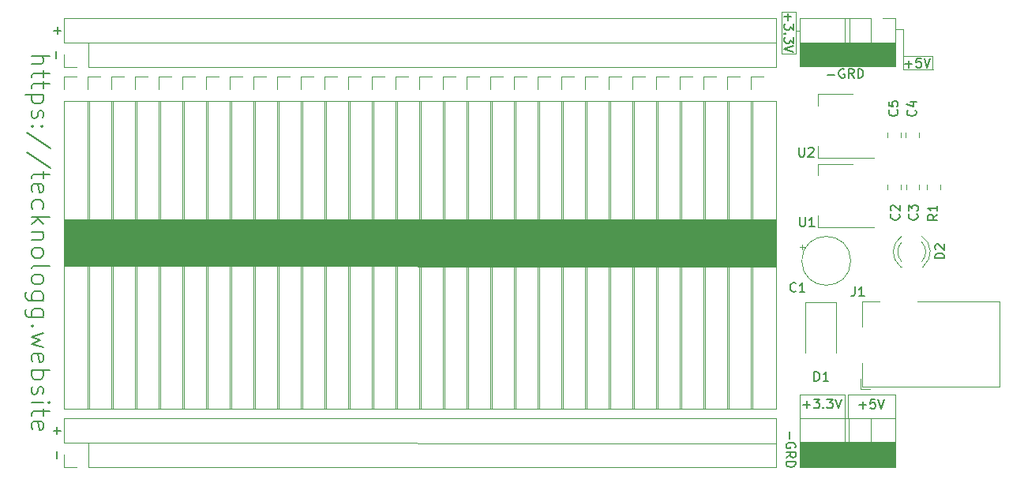
<source format=gbr>
G04 #@! TF.GenerationSoftware,KiCad,Pcbnew,(5.1.6)-1*
G04 #@! TF.CreationDate,2020-06-02T23:24:11+04:00*
G04 #@! TF.ProjectId,Berfboard 2.0-psupply,42657266-626f-4617-9264-20322e302d70,rev?*
G04 #@! TF.SameCoordinates,Original*
G04 #@! TF.FileFunction,Legend,Top*
G04 #@! TF.FilePolarity,Positive*
%FSLAX46Y46*%
G04 Gerber Fmt 4.6, Leading zero omitted, Abs format (unit mm)*
G04 Created by KiCad (PCBNEW (5.1.6)-1) date 2020-06-02 23:24:11*
%MOMM*%
%LPD*%
G01*
G04 APERTURE LIST*
%ADD10C,0.120000*%
%ADD11C,0.150000*%
%ADD12C,0.100000*%
G04 APERTURE END LIST*
D10*
X183705500Y-41148000D02*
X183705500Y-43675300D01*
X99504500Y-86664800D02*
X175818800Y-86728300D01*
X175831500Y-43738800D02*
X99555300Y-43751500D01*
X178000660Y-44952920D02*
X178003200Y-42481500D01*
X176466500Y-44937680D02*
X177965100Y-44950380D01*
X176479200Y-43865800D02*
X176469040Y-44937680D01*
X176479200Y-40424100D02*
X176479200Y-43865800D01*
X178003200Y-40424100D02*
X176479200Y-40424100D01*
X178003200Y-42494200D02*
X178003200Y-40424100D01*
X178358800Y-42494200D02*
X178003200Y-42494200D01*
D11*
X177118971Y-40600880D02*
X177118971Y-41362784D01*
X176738019Y-40981832D02*
X177499923Y-40981832D01*
X177738019Y-41743737D02*
X177738019Y-42362784D01*
X177357066Y-42029451D01*
X177357066Y-42172308D01*
X177309447Y-42267546D01*
X177261828Y-42315165D01*
X177166590Y-42362784D01*
X176928495Y-42362784D01*
X176833257Y-42315165D01*
X176785638Y-42267546D01*
X176738019Y-42172308D01*
X176738019Y-41886594D01*
X176785638Y-41791356D01*
X176833257Y-41743737D01*
X176833257Y-42791356D02*
X176785638Y-42838975D01*
X176738019Y-42791356D01*
X176785638Y-42743737D01*
X176833257Y-42791356D01*
X176738019Y-42791356D01*
X177738019Y-43172308D02*
X177738019Y-43791356D01*
X177357066Y-43458022D01*
X177357066Y-43600880D01*
X177309447Y-43696118D01*
X177261828Y-43743737D01*
X177166590Y-43791356D01*
X176928495Y-43791356D01*
X176833257Y-43743737D01*
X176785638Y-43696118D01*
X176738019Y-43600880D01*
X176738019Y-43315165D01*
X176785638Y-43219927D01*
X176833257Y-43172308D01*
X177738019Y-44077070D02*
X176738019Y-44410403D01*
X177738019Y-44743737D01*
D10*
X189496700Y-46659800D02*
X189496700Y-45135800D01*
X192661540Y-46647100D02*
X189496700Y-46659800D01*
X192659000Y-45224700D02*
X192659000Y-46647100D01*
X189496700Y-45224700D02*
X192659000Y-45217080D01*
X189496700Y-42291000D02*
X189496700Y-45224700D01*
X188645800Y-42291000D02*
X189496700Y-42291000D01*
X188645800Y-42430700D02*
X188645800Y-43738800D01*
X183197500Y-41148000D02*
X183197500Y-43675300D01*
D11*
X189684185Y-46037808D02*
X190446090Y-46037808D01*
X190065138Y-46418760D02*
X190065138Y-45656856D01*
X191398471Y-45418760D02*
X190922280Y-45418760D01*
X190874661Y-45894951D01*
X190922280Y-45847332D01*
X191017519Y-45799713D01*
X191255614Y-45799713D01*
X191350852Y-45847332D01*
X191398471Y-45894951D01*
X191446090Y-45990189D01*
X191446090Y-46228284D01*
X191398471Y-46323522D01*
X191350852Y-46371141D01*
X191255614Y-46418760D01*
X191017519Y-46418760D01*
X190922280Y-46371141D01*
X190874661Y-46323522D01*
X191731804Y-45418760D02*
X192065138Y-46418760D01*
X192398471Y-45418760D01*
X181392747Y-47175728D02*
X182154652Y-47175728D01*
X183154652Y-46604300D02*
X183059414Y-46556680D01*
X182916557Y-46556680D01*
X182773700Y-46604300D01*
X182678461Y-46699538D01*
X182630842Y-46794776D01*
X182583223Y-46985252D01*
X182583223Y-47128109D01*
X182630842Y-47318585D01*
X182678461Y-47413823D01*
X182773700Y-47509061D01*
X182916557Y-47556680D01*
X183011795Y-47556680D01*
X183154652Y-47509061D01*
X183202271Y-47461442D01*
X183202271Y-47128109D01*
X183011795Y-47128109D01*
X184202271Y-47556680D02*
X183868938Y-47080490D01*
X183630842Y-47556680D02*
X183630842Y-46556680D01*
X184011795Y-46556680D01*
X184107033Y-46604300D01*
X184154652Y-46651919D01*
X184202271Y-46747157D01*
X184202271Y-46890014D01*
X184154652Y-46985252D01*
X184107033Y-47032871D01*
X184011795Y-47080490D01*
X183630842Y-47080490D01*
X184630842Y-47556680D02*
X184630842Y-46556680D01*
X184868938Y-46556680D01*
X185011795Y-46604300D01*
X185107033Y-46699538D01*
X185154652Y-46794776D01*
X185202271Y-46985252D01*
X185202271Y-47128109D01*
X185154652Y-47318585D01*
X185107033Y-47413823D01*
X185011795Y-47509061D01*
X184868938Y-47556680D01*
X184630842Y-47556680D01*
D12*
G36*
X188633100Y-43726100D02*
G01*
X188620400Y-46291500D01*
X178384200Y-46278800D01*
X178371500Y-43713400D01*
X188633100Y-43726100D01*
G37*
X188633100Y-43726100D02*
X188620400Y-46291500D01*
X178384200Y-46278800D01*
X178371500Y-43713400D01*
X188633100Y-43726100D01*
D11*
X95983538Y-45201800D02*
X97983538Y-45201800D01*
X95983538Y-46058942D02*
X97031157Y-46058942D01*
X97221633Y-45963704D01*
X97316871Y-45773228D01*
X97316871Y-45487514D01*
X97221633Y-45297038D01*
X97126395Y-45201800D01*
X97316871Y-46725609D02*
X97316871Y-47487514D01*
X97983538Y-47011323D02*
X96269252Y-47011323D01*
X96078776Y-47106561D01*
X95983538Y-47297038D01*
X95983538Y-47487514D01*
X97316871Y-47868466D02*
X97316871Y-48630371D01*
X97983538Y-48154180D02*
X96269252Y-48154180D01*
X96078776Y-48249419D01*
X95983538Y-48439895D01*
X95983538Y-48630371D01*
X97316871Y-49297038D02*
X95316871Y-49297038D01*
X97221633Y-49297038D02*
X97316871Y-49487514D01*
X97316871Y-49868466D01*
X97221633Y-50058942D01*
X97126395Y-50154180D01*
X96935919Y-50249419D01*
X96364490Y-50249419D01*
X96174014Y-50154180D01*
X96078776Y-50058942D01*
X95983538Y-49868466D01*
X95983538Y-49487514D01*
X96078776Y-49297038D01*
X96078776Y-51011323D02*
X95983538Y-51201800D01*
X95983538Y-51582752D01*
X96078776Y-51773228D01*
X96269252Y-51868466D01*
X96364490Y-51868466D01*
X96554966Y-51773228D01*
X96650204Y-51582752D01*
X96650204Y-51297038D01*
X96745442Y-51106561D01*
X96935919Y-51011323D01*
X97031157Y-51011323D01*
X97221633Y-51106561D01*
X97316871Y-51297038D01*
X97316871Y-51582752D01*
X97221633Y-51773228D01*
X96174014Y-52725609D02*
X96078776Y-52820847D01*
X95983538Y-52725609D01*
X96078776Y-52630371D01*
X96174014Y-52725609D01*
X95983538Y-52725609D01*
X97221633Y-52725609D02*
X97126395Y-52820847D01*
X97031157Y-52725609D01*
X97126395Y-52630371D01*
X97221633Y-52725609D01*
X97031157Y-52725609D01*
X98078776Y-55106561D02*
X95507347Y-53392276D01*
X98078776Y-57201800D02*
X95507347Y-55487514D01*
X97316871Y-57582752D02*
X97316871Y-58344657D01*
X97983538Y-57868466D02*
X96269252Y-57868466D01*
X96078776Y-57963704D01*
X95983538Y-58154180D01*
X95983538Y-58344657D01*
X96078776Y-59773228D02*
X95983538Y-59582752D01*
X95983538Y-59201800D01*
X96078776Y-59011323D01*
X96269252Y-58916085D01*
X97031157Y-58916085D01*
X97221633Y-59011323D01*
X97316871Y-59201800D01*
X97316871Y-59582752D01*
X97221633Y-59773228D01*
X97031157Y-59868466D01*
X96840680Y-59868466D01*
X96650204Y-58916085D01*
X96078776Y-61582752D02*
X95983538Y-61392276D01*
X95983538Y-61011323D01*
X96078776Y-60820847D01*
X96174014Y-60725609D01*
X96364490Y-60630371D01*
X96935919Y-60630371D01*
X97126395Y-60725609D01*
X97221633Y-60820847D01*
X97316871Y-61011323D01*
X97316871Y-61392276D01*
X97221633Y-61582752D01*
X95983538Y-62439895D02*
X97983538Y-62439895D01*
X96745442Y-62630371D02*
X95983538Y-63201800D01*
X97316871Y-63201800D02*
X96554966Y-62439895D01*
X97316871Y-64058942D02*
X95983538Y-64058942D01*
X97126395Y-64058942D02*
X97221633Y-64154180D01*
X97316871Y-64344657D01*
X97316871Y-64630371D01*
X97221633Y-64820847D01*
X97031157Y-64916085D01*
X95983538Y-64916085D01*
X95983538Y-66154180D02*
X96078776Y-65963704D01*
X96174014Y-65868466D01*
X96364490Y-65773228D01*
X96935919Y-65773228D01*
X97126395Y-65868466D01*
X97221633Y-65963704D01*
X97316871Y-66154180D01*
X97316871Y-66439895D01*
X97221633Y-66630371D01*
X97126395Y-66725609D01*
X96935919Y-66820847D01*
X96364490Y-66820847D01*
X96174014Y-66725609D01*
X96078776Y-66630371D01*
X95983538Y-66439895D01*
X95983538Y-66154180D01*
X95983538Y-67963704D02*
X96078776Y-67773228D01*
X96269252Y-67677990D01*
X97983538Y-67677990D01*
X95983538Y-69011323D02*
X96078776Y-68820847D01*
X96174014Y-68725609D01*
X96364490Y-68630371D01*
X96935919Y-68630371D01*
X97126395Y-68725609D01*
X97221633Y-68820847D01*
X97316871Y-69011323D01*
X97316871Y-69297038D01*
X97221633Y-69487514D01*
X97126395Y-69582752D01*
X96935919Y-69677990D01*
X96364490Y-69677990D01*
X96174014Y-69582752D01*
X96078776Y-69487514D01*
X95983538Y-69297038D01*
X95983538Y-69011323D01*
X97316871Y-71392276D02*
X95697823Y-71392276D01*
X95507347Y-71297038D01*
X95412109Y-71201800D01*
X95316871Y-71011323D01*
X95316871Y-70725609D01*
X95412109Y-70535133D01*
X96078776Y-71392276D02*
X95983538Y-71201800D01*
X95983538Y-70820847D01*
X96078776Y-70630371D01*
X96174014Y-70535133D01*
X96364490Y-70439895D01*
X96935919Y-70439895D01*
X97126395Y-70535133D01*
X97221633Y-70630371D01*
X97316871Y-70820847D01*
X97316871Y-71201800D01*
X97221633Y-71392276D01*
X97316871Y-73201800D02*
X95697823Y-73201800D01*
X95507347Y-73106561D01*
X95412109Y-73011323D01*
X95316871Y-72820847D01*
X95316871Y-72535133D01*
X95412109Y-72344657D01*
X96078776Y-73201800D02*
X95983538Y-73011323D01*
X95983538Y-72630371D01*
X96078776Y-72439895D01*
X96174014Y-72344657D01*
X96364490Y-72249419D01*
X96935919Y-72249419D01*
X97126395Y-72344657D01*
X97221633Y-72439895D01*
X97316871Y-72630371D01*
X97316871Y-73011323D01*
X97221633Y-73201800D01*
X96174014Y-74154180D02*
X96078776Y-74249419D01*
X95983538Y-74154180D01*
X96078776Y-74058942D01*
X96174014Y-74154180D01*
X95983538Y-74154180D01*
X97316871Y-74916085D02*
X95983538Y-75297038D01*
X96935919Y-75677990D01*
X95983538Y-76058942D01*
X97316871Y-76439895D01*
X96078776Y-77963704D02*
X95983538Y-77773228D01*
X95983538Y-77392276D01*
X96078776Y-77201800D01*
X96269252Y-77106561D01*
X97031157Y-77106561D01*
X97221633Y-77201800D01*
X97316871Y-77392276D01*
X97316871Y-77773228D01*
X97221633Y-77963704D01*
X97031157Y-78058942D01*
X96840680Y-78058942D01*
X96650204Y-77106561D01*
X95983538Y-78916085D02*
X97983538Y-78916085D01*
X97221633Y-78916085D02*
X97316871Y-79106561D01*
X97316871Y-79487514D01*
X97221633Y-79677990D01*
X97126395Y-79773228D01*
X96935919Y-79868466D01*
X96364490Y-79868466D01*
X96174014Y-79773228D01*
X96078776Y-79677990D01*
X95983538Y-79487514D01*
X95983538Y-79106561D01*
X96078776Y-78916085D01*
X96078776Y-80630371D02*
X95983538Y-80820847D01*
X95983538Y-81201800D01*
X96078776Y-81392276D01*
X96269252Y-81487514D01*
X96364490Y-81487514D01*
X96554966Y-81392276D01*
X96650204Y-81201800D01*
X96650204Y-80916085D01*
X96745442Y-80725609D01*
X96935919Y-80630371D01*
X97031157Y-80630371D01*
X97221633Y-80725609D01*
X97316871Y-80916085D01*
X97316871Y-81201800D01*
X97221633Y-81392276D01*
X95983538Y-82344657D02*
X97316871Y-82344657D01*
X97983538Y-82344657D02*
X97888300Y-82249419D01*
X97793061Y-82344657D01*
X97888300Y-82439895D01*
X97983538Y-82344657D01*
X97793061Y-82344657D01*
X97316871Y-83011323D02*
X97316871Y-83773228D01*
X97983538Y-83297038D02*
X96269252Y-83297038D01*
X96078776Y-83392276D01*
X95983538Y-83582752D01*
X95983538Y-83773228D01*
X96078776Y-85201800D02*
X95983538Y-85011323D01*
X95983538Y-84630371D01*
X96078776Y-84439895D01*
X96269252Y-84344657D01*
X97031157Y-84344657D01*
X97221633Y-84439895D01*
X97316871Y-84630371D01*
X97316871Y-85011323D01*
X97221633Y-85201800D01*
X97031157Y-85297038D01*
X96840680Y-85297038D01*
X96650204Y-84344657D01*
X177317091Y-85456947D02*
X177317091Y-86218852D01*
X177888520Y-87218852D02*
X177936139Y-87123614D01*
X177936139Y-86980757D01*
X177888520Y-86837900D01*
X177793281Y-86742661D01*
X177698043Y-86695042D01*
X177507567Y-86647423D01*
X177364710Y-86647423D01*
X177174234Y-86695042D01*
X177078996Y-86742661D01*
X176983758Y-86837900D01*
X176936139Y-86980757D01*
X176936139Y-87075995D01*
X176983758Y-87218852D01*
X177031377Y-87266471D01*
X177364710Y-87266471D01*
X177364710Y-87075995D01*
X176936139Y-88266471D02*
X177412329Y-87933138D01*
X176936139Y-87695042D02*
X177936139Y-87695042D01*
X177936139Y-88075995D01*
X177888520Y-88171233D01*
X177840900Y-88218852D01*
X177745662Y-88266471D01*
X177602805Y-88266471D01*
X177507567Y-88218852D01*
X177459948Y-88171233D01*
X177412329Y-88075995D01*
X177412329Y-87695042D01*
X176936139Y-88695042D02*
X177936139Y-88695042D01*
X177936139Y-88933138D01*
X177888520Y-89075995D01*
X177793281Y-89171233D01*
X177698043Y-89218852D01*
X177507567Y-89266471D01*
X177364710Y-89266471D01*
X177174234Y-89218852D01*
X177078996Y-89171233D01*
X176983758Y-89075995D01*
X176936139Y-88933138D01*
X176936139Y-88695042D01*
D12*
G36*
X188633100Y-89230200D02*
G01*
X178409600Y-89217500D01*
X178396900Y-86614000D01*
X188633100Y-86614000D01*
X188633100Y-89230200D01*
G37*
X188633100Y-89230200D02*
X178409600Y-89217500D01*
X178396900Y-86614000D01*
X188633100Y-86614000D01*
X188633100Y-89230200D01*
D10*
X186042300Y-86664800D02*
X183603900Y-86664800D01*
X183603900Y-84048600D02*
X183603900Y-86639400D01*
X188642300Y-85394800D02*
X188633100Y-86652100D01*
X187312300Y-84064800D02*
X186042300Y-84074000D01*
X183261000Y-86614000D02*
X178396900Y-86614000D01*
X183248300Y-84048600D02*
X183261000Y-86614000D01*
X188645800Y-81546700D02*
X188633100Y-84086700D01*
X183591200Y-81546700D02*
X188645800Y-81546700D01*
X183591200Y-84061300D02*
X183591200Y-81546700D01*
X183248300Y-81546700D02*
X183248300Y-84048600D01*
X178384200Y-81546700D02*
X183248300Y-81546700D01*
X178358800Y-84035900D02*
X178384200Y-81546700D01*
D11*
X178736240Y-82593488D02*
X179498144Y-82593488D01*
X179117192Y-82974440D02*
X179117192Y-82212536D01*
X179879097Y-81974440D02*
X180498144Y-81974440D01*
X180164811Y-82355393D01*
X180307668Y-82355393D01*
X180402906Y-82403012D01*
X180450525Y-82450631D01*
X180498144Y-82545869D01*
X180498144Y-82783964D01*
X180450525Y-82879202D01*
X180402906Y-82926821D01*
X180307668Y-82974440D01*
X180021954Y-82974440D01*
X179926716Y-82926821D01*
X179879097Y-82879202D01*
X180926716Y-82879202D02*
X180974335Y-82926821D01*
X180926716Y-82974440D01*
X180879097Y-82926821D01*
X180926716Y-82879202D01*
X180926716Y-82974440D01*
X181307668Y-81974440D02*
X181926716Y-81974440D01*
X181593382Y-82355393D01*
X181736240Y-82355393D01*
X181831478Y-82403012D01*
X181879097Y-82450631D01*
X181926716Y-82545869D01*
X181926716Y-82783964D01*
X181879097Y-82879202D01*
X181831478Y-82926821D01*
X181736240Y-82974440D01*
X181450525Y-82974440D01*
X181355287Y-82926821D01*
X181307668Y-82879202D01*
X182212430Y-81974440D02*
X182545763Y-82974440D01*
X182879097Y-81974440D01*
X184759125Y-82626508D02*
X185521030Y-82626508D01*
X185140078Y-83007460D02*
X185140078Y-82245556D01*
X186473411Y-82007460D02*
X185997220Y-82007460D01*
X185949601Y-82483651D01*
X185997220Y-82436032D01*
X186092459Y-82388413D01*
X186330554Y-82388413D01*
X186425792Y-82436032D01*
X186473411Y-82483651D01*
X186521030Y-82578889D01*
X186521030Y-82816984D01*
X186473411Y-82912222D01*
X186425792Y-82959841D01*
X186330554Y-83007460D01*
X186092459Y-83007460D01*
X185997220Y-82959841D01*
X185949601Y-82912222D01*
X186806744Y-82007460D02*
X187140078Y-83007460D01*
X187473411Y-82007460D01*
D12*
G36*
X175818800Y-67767200D02*
G01*
X99568000Y-67716400D01*
X99568000Y-62687200D01*
X175818800Y-62687200D01*
X175818800Y-67767200D01*
G37*
X175818800Y-67767200D02*
X99568000Y-67716400D01*
X99568000Y-62687200D01*
X175818800Y-62687200D01*
X175818800Y-67767200D01*
D11*
X98734571Y-87630047D02*
X98734571Y-88391952D01*
X99123452Y-85399571D02*
X98361547Y-85399571D01*
X98742500Y-85018619D02*
X98742500Y-85780523D01*
X98636128Y-45478652D02*
X98636128Y-44716747D01*
X98386947Y-42464028D02*
X99148852Y-42464028D01*
X98767900Y-42844980D02*
X98767900Y-42083076D01*
D10*
X188642300Y-41126100D02*
X188642300Y-42456100D01*
X187312300Y-41126100D02*
X188642300Y-41126100D01*
X188642300Y-43726100D02*
X188642300Y-46326100D01*
X186042300Y-43726100D02*
X188642300Y-43726100D01*
X186042300Y-41126100D02*
X186042300Y-43726100D01*
X188642300Y-46326100D02*
X178362300Y-46326100D01*
X186042300Y-41126100D02*
X178362300Y-41126100D01*
X178362300Y-41126100D02*
X178362300Y-46326100D01*
X188642300Y-84064800D02*
X188642300Y-85394800D01*
X187312300Y-84064800D02*
X188642300Y-84064800D01*
X188642300Y-86664800D02*
X188642300Y-89264800D01*
X186042300Y-86664800D02*
X188642300Y-86664800D01*
X186042300Y-84064800D02*
X186042300Y-86664800D01*
X188642300Y-89264800D02*
X178362300Y-89264800D01*
X186042300Y-84064800D02*
X178362300Y-84064800D01*
X178362300Y-84064800D02*
X178362300Y-89264800D01*
X99508000Y-89277500D02*
X99508000Y-87947500D01*
X100838000Y-89277500D02*
X99508000Y-89277500D01*
X99508000Y-86677500D02*
X99508000Y-84077500D01*
X102108000Y-86677500D02*
X99508000Y-86677500D01*
X102108000Y-89277500D02*
X102108000Y-86677500D01*
X99508000Y-84077500D02*
X175828000Y-84077500D01*
X102108000Y-89277500D02*
X175828000Y-89277500D01*
X175828000Y-89277500D02*
X175828000Y-84077500D01*
X99508000Y-46351500D02*
X99508000Y-45021500D01*
X100838000Y-46351500D02*
X99508000Y-46351500D01*
X99508000Y-43751500D02*
X99508000Y-41151500D01*
X102108000Y-43751500D02*
X99508000Y-43751500D01*
X102108000Y-46351500D02*
X102108000Y-43751500D01*
X99508000Y-41151500D02*
X175828000Y-41151500D01*
X102108000Y-46351500D02*
X175828000Y-46351500D01*
X175828000Y-46351500D02*
X175828000Y-41151500D01*
X178679625Y-65432600D02*
X178679625Y-65932600D01*
X178429625Y-65682600D02*
X178929625Y-65682600D01*
X183854400Y-67157600D02*
G75*
G03*
X183854400Y-67157600I-2620000J0D01*
G01*
X182294800Y-71580800D02*
X182294800Y-76980800D01*
X178994800Y-71580800D02*
X178994800Y-76980800D01*
X182294800Y-71580800D02*
X178994800Y-71580800D01*
X193457900Y-59001922D02*
X193457900Y-59519078D01*
X192037900Y-59001922D02*
X192037900Y-59519078D01*
X191478400Y-67752400D02*
X191634400Y-67752400D01*
X189162400Y-67752400D02*
X189318400Y-67752400D01*
X191478237Y-65151270D02*
G75*
G02*
X191478400Y-67233361I-1079837J-1041130D01*
G01*
X189318563Y-65151270D02*
G75*
G03*
X189318400Y-67233361I1079837J-1041130D01*
G01*
X191477008Y-64520065D02*
G75*
G02*
X191633916Y-67752400I-1078608J-1672335D01*
G01*
X189319792Y-64520065D02*
G75*
G03*
X189162884Y-67752400I1078608J-1672335D01*
G01*
X191176980Y-53360822D02*
X191176980Y-53877978D01*
X189756980Y-53360822D02*
X189756980Y-53877978D01*
X187803720Y-59506378D02*
X187803720Y-58989222D01*
X189223720Y-59506378D02*
X189223720Y-58989222D01*
X189203400Y-53360822D02*
X189203400Y-53877978D01*
X187783400Y-53360822D02*
X187783400Y-53877978D01*
X189790000Y-59504078D02*
X189790000Y-58986922D01*
X191210000Y-59504078D02*
X191210000Y-58986922D01*
X180309600Y-49282300D02*
X180309600Y-50542300D01*
X180309600Y-56102300D02*
X180309600Y-54842300D01*
X184069600Y-49282300D02*
X180309600Y-49282300D01*
X186319600Y-56102300D02*
X180309600Y-56102300D01*
X180337540Y-56747360D02*
X180337540Y-58007360D01*
X180337540Y-63567360D02*
X180337540Y-62307360D01*
X184097540Y-56747360D02*
X180337540Y-56747360D01*
X186347540Y-63567360D02*
X180337540Y-63567360D01*
X184878800Y-79848400D02*
X184878800Y-80898400D01*
X185928800Y-80898400D02*
X184878800Y-80898400D01*
X190978800Y-71498400D02*
X199778800Y-71498400D01*
X199778800Y-71498400D02*
X199778800Y-80698400D01*
X185078800Y-74198400D02*
X185078800Y-71498400D01*
X185078800Y-71498400D02*
X186978800Y-71498400D01*
X199778800Y-80698400D02*
X185078800Y-80698400D01*
X185078800Y-80698400D02*
X185078800Y-78098400D01*
X173168000Y-47374500D02*
X174498000Y-47374500D01*
X173168000Y-48704500D02*
X173168000Y-47374500D01*
X173168000Y-49974500D02*
X175828000Y-49974500D01*
X175828000Y-49974500D02*
X175828000Y-83054500D01*
X173168000Y-49974500D02*
X173168000Y-83054500D01*
X173168000Y-83054500D02*
X175828000Y-83054500D01*
X170628000Y-47374500D02*
X171958000Y-47374500D01*
X170628000Y-48704500D02*
X170628000Y-47374500D01*
X170628000Y-49974500D02*
X173288000Y-49974500D01*
X173288000Y-49974500D02*
X173288000Y-83054500D01*
X170628000Y-49974500D02*
X170628000Y-83054500D01*
X170628000Y-83054500D02*
X173288000Y-83054500D01*
X168088000Y-47374500D02*
X169418000Y-47374500D01*
X168088000Y-48704500D02*
X168088000Y-47374500D01*
X168088000Y-49974500D02*
X170748000Y-49974500D01*
X170748000Y-49974500D02*
X170748000Y-83054500D01*
X168088000Y-49974500D02*
X168088000Y-83054500D01*
X168088000Y-83054500D02*
X170748000Y-83054500D01*
X165548000Y-47374500D02*
X166878000Y-47374500D01*
X165548000Y-48704500D02*
X165548000Y-47374500D01*
X165548000Y-49974500D02*
X168208000Y-49974500D01*
X168208000Y-49974500D02*
X168208000Y-83054500D01*
X165548000Y-49974500D02*
X165548000Y-83054500D01*
X165548000Y-83054500D02*
X168208000Y-83054500D01*
X163008000Y-47374500D02*
X164338000Y-47374500D01*
X163008000Y-48704500D02*
X163008000Y-47374500D01*
X163008000Y-49974500D02*
X165668000Y-49974500D01*
X165668000Y-49974500D02*
X165668000Y-83054500D01*
X163008000Y-49974500D02*
X163008000Y-83054500D01*
X163008000Y-83054500D02*
X165668000Y-83054500D01*
X160468000Y-47374500D02*
X161798000Y-47374500D01*
X160468000Y-48704500D02*
X160468000Y-47374500D01*
X160468000Y-49974500D02*
X163128000Y-49974500D01*
X163128000Y-49974500D02*
X163128000Y-83054500D01*
X160468000Y-49974500D02*
X160468000Y-83054500D01*
X160468000Y-83054500D02*
X163128000Y-83054500D01*
X157928000Y-47374500D02*
X159258000Y-47374500D01*
X157928000Y-48704500D02*
X157928000Y-47374500D01*
X157928000Y-49974500D02*
X160588000Y-49974500D01*
X160588000Y-49974500D02*
X160588000Y-83054500D01*
X157928000Y-49974500D02*
X157928000Y-83054500D01*
X157928000Y-83054500D02*
X160588000Y-83054500D01*
X155388000Y-47374500D02*
X156718000Y-47374500D01*
X155388000Y-48704500D02*
X155388000Y-47374500D01*
X155388000Y-49974500D02*
X158048000Y-49974500D01*
X158048000Y-49974500D02*
X158048000Y-83054500D01*
X155388000Y-49974500D02*
X155388000Y-83054500D01*
X155388000Y-83054500D02*
X158048000Y-83054500D01*
X152848000Y-47374500D02*
X154178000Y-47374500D01*
X152848000Y-48704500D02*
X152848000Y-47374500D01*
X152848000Y-49974500D02*
X155508000Y-49974500D01*
X155508000Y-49974500D02*
X155508000Y-83054500D01*
X152848000Y-49974500D02*
X152848000Y-83054500D01*
X152848000Y-83054500D02*
X155508000Y-83054500D01*
X150308000Y-47374500D02*
X151638000Y-47374500D01*
X150308000Y-48704500D02*
X150308000Y-47374500D01*
X150308000Y-49974500D02*
X152968000Y-49974500D01*
X152968000Y-49974500D02*
X152968000Y-83054500D01*
X150308000Y-49974500D02*
X150308000Y-83054500D01*
X150308000Y-83054500D02*
X152968000Y-83054500D01*
X147768000Y-47374500D02*
X149098000Y-47374500D01*
X147768000Y-48704500D02*
X147768000Y-47374500D01*
X147768000Y-49974500D02*
X150428000Y-49974500D01*
X150428000Y-49974500D02*
X150428000Y-83054500D01*
X147768000Y-49974500D02*
X147768000Y-83054500D01*
X147768000Y-83054500D02*
X150428000Y-83054500D01*
X145228000Y-47374500D02*
X146558000Y-47374500D01*
X145228000Y-48704500D02*
X145228000Y-47374500D01*
X145228000Y-49974500D02*
X147888000Y-49974500D01*
X147888000Y-49974500D02*
X147888000Y-83054500D01*
X145228000Y-49974500D02*
X145228000Y-83054500D01*
X145228000Y-83054500D02*
X147888000Y-83054500D01*
X142688000Y-47374500D02*
X144018000Y-47374500D01*
X142688000Y-48704500D02*
X142688000Y-47374500D01*
X142688000Y-49974500D02*
X145348000Y-49974500D01*
X145348000Y-49974500D02*
X145348000Y-83054500D01*
X142688000Y-49974500D02*
X142688000Y-83054500D01*
X142688000Y-83054500D02*
X145348000Y-83054500D01*
X140148000Y-47374500D02*
X141478000Y-47374500D01*
X140148000Y-48704500D02*
X140148000Y-47374500D01*
X140148000Y-49974500D02*
X142808000Y-49974500D01*
X142808000Y-49974500D02*
X142808000Y-83054500D01*
X140148000Y-49974500D02*
X140148000Y-83054500D01*
X140148000Y-83054500D02*
X142808000Y-83054500D01*
X137608000Y-47374500D02*
X138938000Y-47374500D01*
X137608000Y-48704500D02*
X137608000Y-47374500D01*
X137608000Y-49974500D02*
X140268000Y-49974500D01*
X140268000Y-49974500D02*
X140268000Y-83054500D01*
X137608000Y-49974500D02*
X137608000Y-83054500D01*
X137608000Y-83054500D02*
X140268000Y-83054500D01*
X135068000Y-47374500D02*
X136398000Y-47374500D01*
X135068000Y-48704500D02*
X135068000Y-47374500D01*
X135068000Y-49974500D02*
X137728000Y-49974500D01*
X137728000Y-49974500D02*
X137728000Y-83054500D01*
X135068000Y-49974500D02*
X135068000Y-83054500D01*
X135068000Y-83054500D02*
X137728000Y-83054500D01*
X132528000Y-47374500D02*
X133858000Y-47374500D01*
X132528000Y-48704500D02*
X132528000Y-47374500D01*
X132528000Y-49974500D02*
X135188000Y-49974500D01*
X135188000Y-49974500D02*
X135188000Y-83054500D01*
X132528000Y-49974500D02*
X132528000Y-83054500D01*
X132528000Y-83054500D02*
X135188000Y-83054500D01*
X129988000Y-47374500D02*
X131318000Y-47374500D01*
X129988000Y-48704500D02*
X129988000Y-47374500D01*
X129988000Y-49974500D02*
X132648000Y-49974500D01*
X132648000Y-49974500D02*
X132648000Y-83054500D01*
X129988000Y-49974500D02*
X129988000Y-83054500D01*
X129988000Y-83054500D02*
X132648000Y-83054500D01*
X127448000Y-47374500D02*
X128778000Y-47374500D01*
X127448000Y-48704500D02*
X127448000Y-47374500D01*
X127448000Y-49974500D02*
X130108000Y-49974500D01*
X130108000Y-49974500D02*
X130108000Y-83054500D01*
X127448000Y-49974500D02*
X127448000Y-83054500D01*
X127448000Y-83054500D02*
X130108000Y-83054500D01*
X124908000Y-47374500D02*
X126238000Y-47374500D01*
X124908000Y-48704500D02*
X124908000Y-47374500D01*
X124908000Y-49974500D02*
X127568000Y-49974500D01*
X127568000Y-49974500D02*
X127568000Y-83054500D01*
X124908000Y-49974500D02*
X124908000Y-83054500D01*
X124908000Y-83054500D02*
X127568000Y-83054500D01*
X122368000Y-47374500D02*
X123698000Y-47374500D01*
X122368000Y-48704500D02*
X122368000Y-47374500D01*
X122368000Y-49974500D02*
X125028000Y-49974500D01*
X125028000Y-49974500D02*
X125028000Y-83054500D01*
X122368000Y-49974500D02*
X122368000Y-83054500D01*
X122368000Y-83054500D02*
X125028000Y-83054500D01*
X119828000Y-47374500D02*
X121158000Y-47374500D01*
X119828000Y-48704500D02*
X119828000Y-47374500D01*
X119828000Y-49974500D02*
X122488000Y-49974500D01*
X122488000Y-49974500D02*
X122488000Y-83054500D01*
X119828000Y-49974500D02*
X119828000Y-83054500D01*
X119828000Y-83054500D02*
X122488000Y-83054500D01*
X117288000Y-47374500D02*
X118618000Y-47374500D01*
X117288000Y-48704500D02*
X117288000Y-47374500D01*
X117288000Y-49974500D02*
X119948000Y-49974500D01*
X119948000Y-49974500D02*
X119948000Y-83054500D01*
X117288000Y-49974500D02*
X117288000Y-83054500D01*
X117288000Y-83054500D02*
X119948000Y-83054500D01*
X114748000Y-47374500D02*
X116078000Y-47374500D01*
X114748000Y-48704500D02*
X114748000Y-47374500D01*
X114748000Y-49974500D02*
X117408000Y-49974500D01*
X117408000Y-49974500D02*
X117408000Y-83054500D01*
X114748000Y-49974500D02*
X114748000Y-83054500D01*
X114748000Y-83054500D02*
X117408000Y-83054500D01*
X112208000Y-47374500D02*
X113538000Y-47374500D01*
X112208000Y-48704500D02*
X112208000Y-47374500D01*
X112208000Y-49974500D02*
X114868000Y-49974500D01*
X114868000Y-49974500D02*
X114868000Y-83054500D01*
X112208000Y-49974500D02*
X112208000Y-83054500D01*
X112208000Y-83054500D02*
X114868000Y-83054500D01*
X109668000Y-47374500D02*
X110998000Y-47374500D01*
X109668000Y-48704500D02*
X109668000Y-47374500D01*
X109668000Y-49974500D02*
X112328000Y-49974500D01*
X112328000Y-49974500D02*
X112328000Y-83054500D01*
X109668000Y-49974500D02*
X109668000Y-83054500D01*
X109668000Y-83054500D02*
X112328000Y-83054500D01*
X107128000Y-47374500D02*
X108458000Y-47374500D01*
X107128000Y-48704500D02*
X107128000Y-47374500D01*
X107128000Y-49974500D02*
X109788000Y-49974500D01*
X109788000Y-49974500D02*
X109788000Y-83054500D01*
X107128000Y-49974500D02*
X107128000Y-83054500D01*
X107128000Y-83054500D02*
X109788000Y-83054500D01*
X104588000Y-47374500D02*
X105918000Y-47374500D01*
X104588000Y-48704500D02*
X104588000Y-47374500D01*
X104588000Y-49974500D02*
X107248000Y-49974500D01*
X107248000Y-49974500D02*
X107248000Y-83054500D01*
X104588000Y-49974500D02*
X104588000Y-83054500D01*
X104588000Y-83054500D02*
X107248000Y-83054500D01*
X102048000Y-83054500D02*
X104708000Y-83054500D01*
X102048000Y-49974500D02*
X102048000Y-83054500D01*
X104708000Y-49974500D02*
X104708000Y-83054500D01*
X102048000Y-49974500D02*
X104708000Y-49974500D01*
X102048000Y-48704500D02*
X102048000Y-47374500D01*
X102048000Y-47374500D02*
X103378000Y-47374500D01*
X99508000Y-83054500D02*
X102168000Y-83054500D01*
X99508000Y-49974500D02*
X99508000Y-83054500D01*
X102168000Y-49974500D02*
X102168000Y-83054500D01*
X99508000Y-49974500D02*
X102168000Y-49974500D01*
X99508000Y-48704500D02*
X99508000Y-47374500D01*
X99508000Y-47374500D02*
X100838000Y-47374500D01*
D11*
X177988933Y-70410342D02*
X177941314Y-70457961D01*
X177798457Y-70505580D01*
X177703219Y-70505580D01*
X177560361Y-70457961D01*
X177465123Y-70362723D01*
X177417504Y-70267485D01*
X177369885Y-70077009D01*
X177369885Y-69934152D01*
X177417504Y-69743676D01*
X177465123Y-69648438D01*
X177560361Y-69553200D01*
X177703219Y-69505580D01*
X177798457Y-69505580D01*
X177941314Y-69553200D01*
X177988933Y-69600819D01*
X178941314Y-70505580D02*
X178369885Y-70505580D01*
X178655600Y-70505580D02*
X178655600Y-69505580D01*
X178560361Y-69648438D01*
X178465123Y-69743676D01*
X178369885Y-69791295D01*
X179957504Y-80055980D02*
X179957504Y-79055980D01*
X180195600Y-79055980D01*
X180338457Y-79103600D01*
X180433695Y-79198838D01*
X180481314Y-79294076D01*
X180528933Y-79484552D01*
X180528933Y-79627409D01*
X180481314Y-79817885D01*
X180433695Y-79913123D01*
X180338457Y-80008361D01*
X180195600Y-80055980D01*
X179957504Y-80055980D01*
X181481314Y-80055980D02*
X180909885Y-80055980D01*
X181195600Y-80055980D02*
X181195600Y-79055980D01*
X181100361Y-79198838D01*
X181005123Y-79294076D01*
X180909885Y-79341695D01*
X193136780Y-62183066D02*
X192660590Y-62516400D01*
X193136780Y-62754495D02*
X192136780Y-62754495D01*
X192136780Y-62373542D01*
X192184400Y-62278304D01*
X192232019Y-62230685D01*
X192327257Y-62183066D01*
X192470114Y-62183066D01*
X192565352Y-62230685D01*
X192612971Y-62278304D01*
X192660590Y-62373542D01*
X192660590Y-62754495D01*
X193136780Y-61230685D02*
X193136780Y-61802114D01*
X193136780Y-61516400D02*
X192136780Y-61516400D01*
X192279638Y-61611638D01*
X192374876Y-61706876D01*
X192422495Y-61802114D01*
X193898780Y-66892395D02*
X192898780Y-66892395D01*
X192898780Y-66654300D01*
X192946400Y-66511442D01*
X193041638Y-66416204D01*
X193136876Y-66368585D01*
X193327352Y-66320966D01*
X193470209Y-66320966D01*
X193660685Y-66368585D01*
X193755923Y-66416204D01*
X193851161Y-66511442D01*
X193898780Y-66654300D01*
X193898780Y-66892395D01*
X192994019Y-65940014D02*
X192946400Y-65892395D01*
X192898780Y-65797157D01*
X192898780Y-65559061D01*
X192946400Y-65463823D01*
X192994019Y-65416204D01*
X193089257Y-65368585D01*
X193184495Y-65368585D01*
X193327352Y-65416204D01*
X193898780Y-65987633D01*
X193898780Y-65368585D01*
X190793642Y-50992066D02*
X190841261Y-51039685D01*
X190888880Y-51182542D01*
X190888880Y-51277780D01*
X190841261Y-51420638D01*
X190746023Y-51515876D01*
X190650785Y-51563495D01*
X190460309Y-51611114D01*
X190317452Y-51611114D01*
X190126976Y-51563495D01*
X190031738Y-51515876D01*
X189936500Y-51420638D01*
X189888880Y-51277780D01*
X189888880Y-51182542D01*
X189936500Y-51039685D01*
X189984119Y-50992066D01*
X190222214Y-50134923D02*
X190888880Y-50134923D01*
X189841261Y-50373019D02*
X190555547Y-50611114D01*
X190555547Y-49992066D01*
X189028342Y-62142666D02*
X189075961Y-62190285D01*
X189123580Y-62333142D01*
X189123580Y-62428380D01*
X189075961Y-62571238D01*
X188980723Y-62666476D01*
X188885485Y-62714095D01*
X188695009Y-62761714D01*
X188552152Y-62761714D01*
X188361676Y-62714095D01*
X188266438Y-62666476D01*
X188171200Y-62571238D01*
X188123580Y-62428380D01*
X188123580Y-62333142D01*
X188171200Y-62190285D01*
X188218819Y-62142666D01*
X188218819Y-61761714D02*
X188171200Y-61714095D01*
X188123580Y-61618857D01*
X188123580Y-61380761D01*
X188171200Y-61285523D01*
X188218819Y-61237904D01*
X188314057Y-61190285D01*
X188409295Y-61190285D01*
X188552152Y-61237904D01*
X189123580Y-61809333D01*
X189123580Y-61190285D01*
X188837842Y-50979366D02*
X188885461Y-51026985D01*
X188933080Y-51169842D01*
X188933080Y-51265080D01*
X188885461Y-51407938D01*
X188790223Y-51503176D01*
X188694985Y-51550795D01*
X188504509Y-51598414D01*
X188361652Y-51598414D01*
X188171176Y-51550795D01*
X188075938Y-51503176D01*
X187980700Y-51407938D01*
X187933080Y-51265080D01*
X187933080Y-51169842D01*
X187980700Y-51026985D01*
X188028319Y-50979366D01*
X187933080Y-50074604D02*
X187933080Y-50550795D01*
X188409271Y-50598414D01*
X188361652Y-50550795D01*
X188314033Y-50455557D01*
X188314033Y-50217461D01*
X188361652Y-50122223D01*
X188409271Y-50074604D01*
X188504509Y-50026985D01*
X188742604Y-50026985D01*
X188837842Y-50074604D01*
X188885461Y-50122223D01*
X188933080Y-50217461D01*
X188933080Y-50455557D01*
X188885461Y-50550795D01*
X188837842Y-50598414D01*
X190958742Y-62142666D02*
X191006361Y-62190285D01*
X191053980Y-62333142D01*
X191053980Y-62428380D01*
X191006361Y-62571238D01*
X190911123Y-62666476D01*
X190815885Y-62714095D01*
X190625409Y-62761714D01*
X190482552Y-62761714D01*
X190292076Y-62714095D01*
X190196838Y-62666476D01*
X190101600Y-62571238D01*
X190053980Y-62428380D01*
X190053980Y-62333142D01*
X190101600Y-62190285D01*
X190149219Y-62142666D01*
X190053980Y-61809333D02*
X190053980Y-61190285D01*
X190434933Y-61523619D01*
X190434933Y-61380761D01*
X190482552Y-61285523D01*
X190530171Y-61237904D01*
X190625409Y-61190285D01*
X190863504Y-61190285D01*
X190958742Y-61237904D01*
X191006361Y-61285523D01*
X191053980Y-61380761D01*
X191053980Y-61666476D01*
X191006361Y-61761714D01*
X190958742Y-61809333D01*
X178325875Y-54981860D02*
X178325875Y-55791384D01*
X178373494Y-55886622D01*
X178421113Y-55934241D01*
X178516351Y-55981860D01*
X178706827Y-55981860D01*
X178802065Y-55934241D01*
X178849684Y-55886622D01*
X178897303Y-55791384D01*
X178897303Y-54981860D01*
X179325875Y-55077099D02*
X179373494Y-55029480D01*
X179468732Y-54981860D01*
X179706827Y-54981860D01*
X179802065Y-55029480D01*
X179849684Y-55077099D01*
X179897303Y-55172337D01*
X179897303Y-55267575D01*
X179849684Y-55410432D01*
X179278256Y-55981860D01*
X179897303Y-55981860D01*
X178404615Y-62472320D02*
X178404615Y-63281844D01*
X178452234Y-63377082D01*
X178499853Y-63424701D01*
X178595091Y-63472320D01*
X178785567Y-63472320D01*
X178880805Y-63424701D01*
X178928424Y-63377082D01*
X178976043Y-63281844D01*
X178976043Y-62472320D01*
X179976043Y-63472320D02*
X179404615Y-63472320D01*
X179690329Y-63472320D02*
X179690329Y-62472320D01*
X179595091Y-62615178D01*
X179499853Y-62710416D01*
X179404615Y-62758035D01*
X184304346Y-69939920D02*
X184304346Y-70654206D01*
X184256727Y-70797063D01*
X184161489Y-70892301D01*
X184018632Y-70939920D01*
X183923394Y-70939920D01*
X185304346Y-70939920D02*
X184732918Y-70939920D01*
X185018632Y-70939920D02*
X185018632Y-69939920D01*
X184923394Y-70082778D01*
X184828156Y-70178016D01*
X184732918Y-70225635D01*
M02*

</source>
